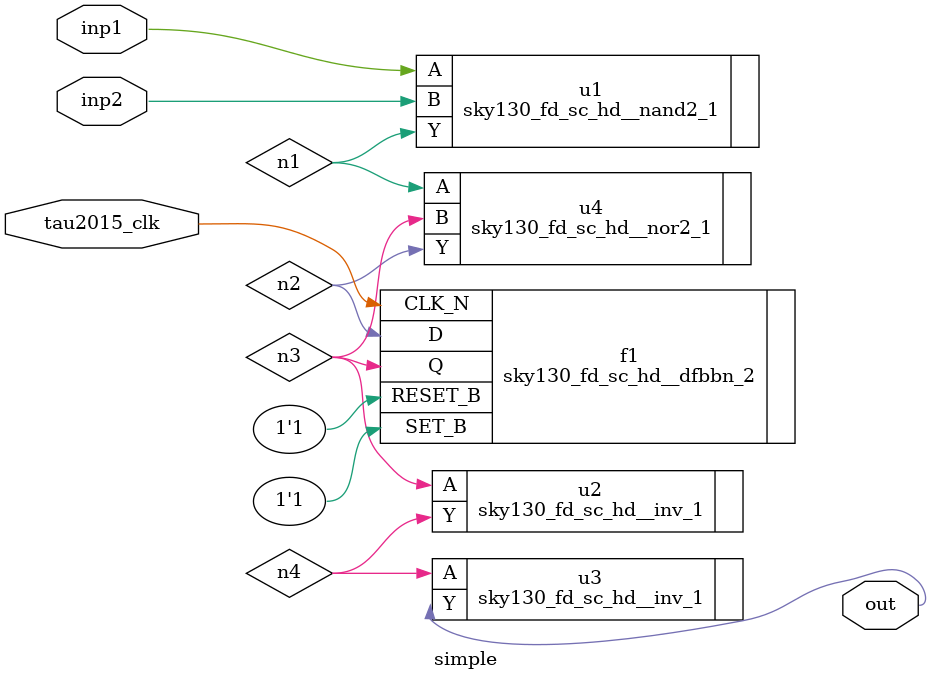
<source format=v>
module simple (
inp1,
inp2,
tau2015_clk,
out
);

// Start PIs
input inp1;
input inp2;
input tau2015_clk;

// Start POs
output out;

// Start wires
wire n1;
wire n2;
wire n3;
wire n4;
wire inp1;
wire inp2;
wire tau2015_clk;
wire out;

// Start cells
sky130_fd_sc_hd__nand2_1 u1 ( .A(inp1), .B(inp2), .Y(n1) );
sky130_fd_sc_hd__dfbbn_2 f1 ( .D(n2), .CLK_N(tau2015_clk), .Q(n3),.SET_B(1'b1),.RESET_B(1'b1));
sky130_fd_sc_hd__inv_1 u2 ( .A(n3), .Y(n4) );
sky130_fd_sc_hd__inv_1 u3 ( .A(n4), .Y(out) );
sky130_fd_sc_hd__nor2_1 u4 ( .A(n1), .B(n3), .Y(n2) );

endmodule

</source>
